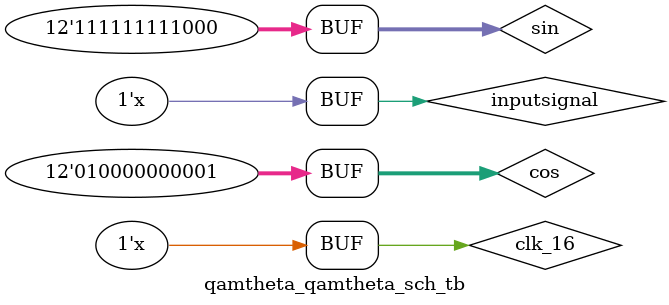
<source format=v>

`timescale 1ns / 1ps

module qamtheta_qamtheta_sch_tb();

// Inputs
   reg clk_16;
   reg inputsignal;
   reg [11:0] cos;
   reg [11:0] sin;

// Output
   wire [15:0] acos;
   wire [15:0] bsin;
   wire [1:0] bitsa;
   wire [1:0] bitsb;

// Bidirs

// Instantiate the UUT
   qamtheta UUT (
		.clk_16(clk_16), 
		.inputsignal(inputsignal), 
		.cos(cos), 
		.sin(sin), 
		.acos(acos), 
		.bsin(bsin),
		.bitsa(bitsa),
		.bitsb(bitsb)
   );
// Initialize Inputs
   //`ifdef auto_init
       initial begin
		clk_16 = 0;
		inputsignal = 0;
		cos = 0;
		sin = 0;
		sin = -8;
		cos = 1025;
		end
  // `endif
  always
	#20 clk_16 = ~clk_16;
  always
	#33 inputsignal = ~inputsignal;
endmodule

</source>
